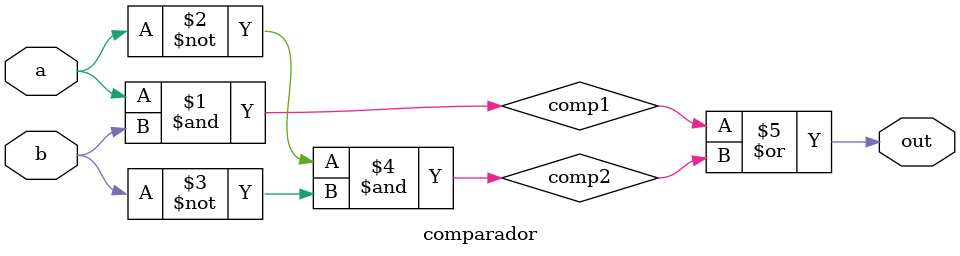
<source format=sv>
`timescale 1ns / 1ps


module comparador(
    input logic a,
    input logic b,
    output logic out
    );

    logic comp1, comp2;

    assign comp1 = a & b;
    assign comp2 = ~a & ~b;

    assign out = comp1 | comp2;
endmodule

</source>
